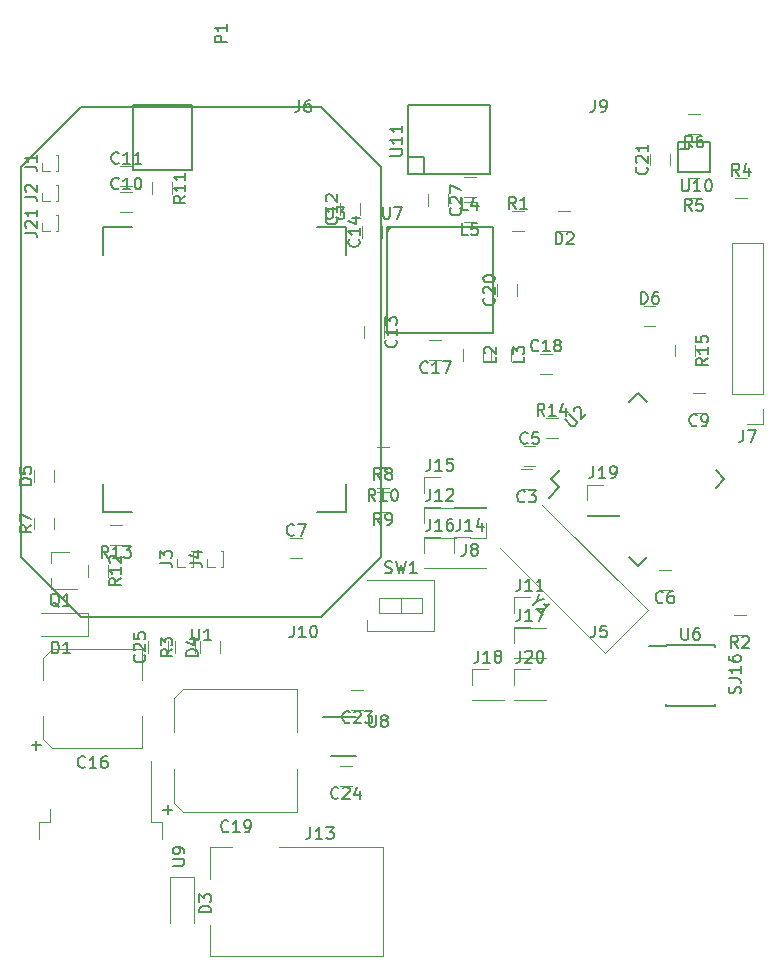
<source format=gbr>
G04 #@! TF.FileFunction,Legend,Top*
%FSLAX46Y46*%
G04 Gerber Fmt 4.6, Leading zero omitted, Abs format (unit mm)*
G04 Created by KiCad (PCBNEW 4.0.7-e2-6376~58~ubuntu16.04.1) date Tue Dec  5 16:52:33 2017*
%MOMM*%
%LPD*%
G01*
G04 APERTURE LIST*
%ADD10C,0.100000*%
%ADD11C,0.150000*%
%ADD12C,0.120000*%
G04 APERTURE END LIST*
D10*
D11*
X177085445Y-85217000D02*
X177757196Y-85888751D01*
X184404000Y-77898445D02*
X185146462Y-78640907D01*
X191722555Y-85217000D02*
X190980093Y-84474538D01*
X184404000Y-92535555D02*
X183661538Y-91793093D01*
X177085445Y-85217000D02*
X177827907Y-84474538D01*
X184404000Y-92535555D02*
X185146462Y-91793093D01*
X191722555Y-85217000D02*
X190980093Y-85959462D01*
X184404000Y-77898445D02*
X183661538Y-78640907D01*
X177757196Y-85888751D02*
X176855635Y-86790313D01*
D12*
X171510000Y-87570000D02*
X168850000Y-87570000D01*
X171510000Y-87630000D02*
X171510000Y-87570000D01*
X168850000Y-87630000D02*
X168850000Y-87570000D01*
X171510000Y-87630000D02*
X168850000Y-87630000D01*
X171510000Y-88900000D02*
X171510000Y-90230000D01*
X171510000Y-90230000D02*
X170180000Y-90230000D01*
X174480600Y-86067000D02*
X175480600Y-86067000D01*
X175480600Y-84367000D02*
X174480600Y-84367000D01*
X175734600Y-82436600D02*
X174734600Y-82436600D01*
X174734600Y-84136600D02*
X175734600Y-84136600D01*
X186190000Y-94601400D02*
X187190000Y-94601400D01*
X187190000Y-92901400D02*
X186190000Y-92901400D01*
X155948000Y-90209000D02*
X154948000Y-90209000D01*
X154948000Y-91909000D02*
X155948000Y-91909000D01*
X189060200Y-79615400D02*
X190060200Y-79615400D01*
X190060200Y-77915400D02*
X189060200Y-77915400D01*
X141597000Y-60872000D02*
X140597000Y-60872000D01*
X140597000Y-62572000D02*
X141597000Y-62572000D01*
X141597000Y-58713000D02*
X140597000Y-58713000D01*
X140597000Y-60413000D02*
X141597000Y-60413000D01*
X159170000Y-61857000D02*
X159170000Y-62857000D01*
X160870000Y-62857000D02*
X160870000Y-61857000D01*
X162902000Y-73271000D02*
X162902000Y-72271000D01*
X161202000Y-72271000D02*
X161202000Y-73271000D01*
X161075000Y-63762000D02*
X161075000Y-64762000D01*
X162775000Y-64762000D02*
X162775000Y-63762000D01*
X166759000Y-75145000D02*
X167759000Y-75145000D01*
X167759000Y-73445000D02*
X166759000Y-73445000D01*
X177131600Y-74588000D02*
X176131600Y-74588000D01*
X176131600Y-76288000D02*
X177131600Y-76288000D01*
X145158000Y-103728600D02*
X145158000Y-106618600D01*
X145158000Y-112628600D02*
X145158000Y-109738600D01*
X155578000Y-113388600D02*
X155578000Y-109738600D01*
X155578000Y-102968600D02*
X155578000Y-106618600D01*
X155578000Y-113388600D02*
X145918000Y-113388600D01*
X145918000Y-113388600D02*
X145158000Y-112628600D01*
X145158000Y-103728600D02*
X145918000Y-102968600D01*
X145918000Y-102968600D02*
X155578000Y-102968600D01*
X172505000Y-68715000D02*
X172505000Y-69715000D01*
X174205000Y-69715000D02*
X174205000Y-68715000D01*
X185433600Y-57640600D02*
X185433600Y-58640600D01*
X187133600Y-58640600D02*
X187133600Y-57640600D01*
X160155000Y-104761400D02*
X161155000Y-104761400D01*
X161155000Y-103061400D02*
X160155000Y-103061400D01*
X159189800Y-111187600D02*
X160189800Y-111187600D01*
X160189800Y-109487600D02*
X159189800Y-109487600D01*
X142914000Y-98941000D02*
X142914000Y-99941000D01*
X144614000Y-99941000D02*
X144614000Y-98941000D01*
X168363000Y-62095000D02*
X168363000Y-61095000D01*
X166663000Y-61095000D02*
X166663000Y-62095000D01*
X137809800Y-98510600D02*
X137809800Y-96510600D01*
X137809800Y-96510600D02*
X133909800Y-96510600D01*
X137809800Y-98510600D02*
X133909800Y-98510600D01*
X177681000Y-64223000D02*
X178681000Y-64223000D01*
X178681000Y-62523000D02*
X177681000Y-62523000D01*
X146821400Y-118908000D02*
X144821400Y-118908000D01*
X144821400Y-118908000D02*
X144821400Y-122808000D01*
X146821400Y-118908000D02*
X146821400Y-122808000D01*
X147359000Y-98941000D02*
X147359000Y-99941000D01*
X149059000Y-99941000D02*
X149059000Y-98941000D01*
X133250000Y-84460000D02*
X133250000Y-85460000D01*
X134950000Y-85460000D02*
X134950000Y-84460000D01*
X135305000Y-59115000D02*
X135305000Y-57725000D01*
X135305000Y-59115000D02*
X135180000Y-59115000D01*
X135305000Y-57725000D02*
X135180000Y-57725000D01*
X135305000Y-59115000D02*
X135305000Y-59028276D01*
X135305000Y-57811724D02*
X135305000Y-57725000D01*
X134620000Y-59115000D02*
X133935000Y-59115000D01*
X133935000Y-59115000D02*
X133935000Y-58420000D01*
X135305000Y-61655000D02*
X135305000Y-60265000D01*
X135305000Y-61655000D02*
X135180000Y-61655000D01*
X135305000Y-60265000D02*
X135180000Y-60265000D01*
X135305000Y-61655000D02*
X135305000Y-61568276D01*
X135305000Y-60351724D02*
X135305000Y-60265000D01*
X134620000Y-61655000D02*
X133935000Y-61655000D01*
X133935000Y-61655000D02*
X133935000Y-60960000D01*
X146735000Y-92643000D02*
X146735000Y-91253000D01*
X146735000Y-92643000D02*
X146610000Y-92643000D01*
X146735000Y-91253000D02*
X146610000Y-91253000D01*
X146735000Y-92643000D02*
X146735000Y-92556276D01*
X146735000Y-91339724D02*
X146735000Y-91253000D01*
X146050000Y-92643000D02*
X145365000Y-92643000D01*
X145365000Y-92643000D02*
X145365000Y-91948000D01*
X149275000Y-92643000D02*
X149275000Y-91253000D01*
X149275000Y-92643000D02*
X149150000Y-92643000D01*
X149275000Y-91253000D02*
X149150000Y-91253000D01*
X149275000Y-92643000D02*
X149275000Y-92556276D01*
X149275000Y-91339724D02*
X149275000Y-91253000D01*
X148590000Y-92643000D02*
X147905000Y-92643000D01*
X147905000Y-92643000D02*
X147905000Y-91948000D01*
X195005000Y-65218000D02*
X192345000Y-65218000D01*
X195005000Y-77978000D02*
X195005000Y-65218000D01*
X192345000Y-77978000D02*
X192345000Y-65218000D01*
X195005000Y-77978000D02*
X192345000Y-77978000D01*
X195005000Y-79248000D02*
X195005000Y-80578000D01*
X195005000Y-80578000D02*
X193675000Y-80578000D01*
X166310000Y-90230000D02*
X168970000Y-90230000D01*
X166310000Y-90170000D02*
X166310000Y-90230000D01*
X168970000Y-90170000D02*
X168970000Y-90230000D01*
X166310000Y-90170000D02*
X168970000Y-90170000D01*
X166310000Y-88900000D02*
X166310000Y-87570000D01*
X166310000Y-87570000D02*
X167640000Y-87570000D01*
X154047200Y-116380200D02*
X162847200Y-116380200D01*
X162847200Y-116380200D02*
X162847200Y-125580200D01*
X148147200Y-119080200D02*
X148147200Y-116380200D01*
X148147200Y-116380200D02*
X150047200Y-116380200D01*
X162847200Y-125580200D02*
X148147200Y-125580200D01*
X148147200Y-125580200D02*
X148147200Y-122980200D01*
X168850000Y-92770000D02*
X171510000Y-92770000D01*
X168850000Y-92710000D02*
X168850000Y-92770000D01*
X171510000Y-92710000D02*
X171510000Y-92770000D01*
X168850000Y-92710000D02*
X171510000Y-92710000D01*
X168850000Y-91440000D02*
X168850000Y-90110000D01*
X168850000Y-90110000D02*
X170180000Y-90110000D01*
X166310000Y-87690000D02*
X168970000Y-87690000D01*
X166310000Y-87630000D02*
X166310000Y-87690000D01*
X168970000Y-87630000D02*
X168970000Y-87690000D01*
X166310000Y-87630000D02*
X168970000Y-87630000D01*
X166310000Y-86360000D02*
X166310000Y-85030000D01*
X166310000Y-85030000D02*
X167640000Y-85030000D01*
X166310000Y-92770000D02*
X168970000Y-92770000D01*
X166310000Y-92710000D02*
X166310000Y-92770000D01*
X168970000Y-92710000D02*
X168970000Y-92770000D01*
X166310000Y-92710000D02*
X168970000Y-92710000D01*
X166310000Y-91440000D02*
X166310000Y-90110000D01*
X166310000Y-90110000D02*
X167640000Y-90110000D01*
X171284000Y-75176000D02*
X171284000Y-74176000D01*
X169584000Y-74176000D02*
X169584000Y-75176000D01*
X173697000Y-75176000D02*
X173697000Y-74176000D01*
X171997000Y-74176000D02*
X171997000Y-75176000D01*
X169680000Y-61302000D02*
X170680000Y-61302000D01*
X170680000Y-59602000D02*
X169680000Y-59602000D01*
X169680000Y-63461000D02*
X170680000Y-63461000D01*
X170680000Y-61761000D02*
X169680000Y-61761000D01*
D11*
X146645000Y-53499000D02*
X146645000Y-58999000D01*
X146645000Y-58999000D02*
X141645000Y-58999000D01*
X141645000Y-58999000D02*
X141645000Y-53499000D01*
X141645000Y-53499000D02*
X146645000Y-53499000D01*
D12*
X134749000Y-91384000D02*
X134749000Y-92314000D01*
X134749000Y-94544000D02*
X134749000Y-93614000D01*
X134749000Y-94544000D02*
X136909000Y-94544000D01*
X134749000Y-91384000D02*
X136209000Y-91384000D01*
X174744000Y-62523000D02*
X173744000Y-62523000D01*
X173744000Y-64223000D02*
X174744000Y-64223000D01*
X192540000Y-98411400D02*
X193540000Y-98411400D01*
X193540000Y-96711400D02*
X192540000Y-96711400D01*
X145200000Y-98941000D02*
X145200000Y-99941000D01*
X146900000Y-99941000D02*
X146900000Y-98941000D01*
X193641600Y-59716300D02*
X192641600Y-59716300D01*
X192641600Y-61416300D02*
X193641600Y-61416300D01*
X188615700Y-61390900D02*
X189615700Y-61390900D01*
X189615700Y-59690900D02*
X188615700Y-59690900D01*
X188666500Y-56018800D02*
X189666500Y-56018800D01*
X189666500Y-54318800D02*
X188666500Y-54318800D01*
X133250000Y-88460000D02*
X133250000Y-89460000D01*
X134950000Y-89460000D02*
X134950000Y-88460000D01*
X162314000Y-84162000D02*
X163314000Y-84162000D01*
X163314000Y-82462000D02*
X162314000Y-82462000D01*
X162314000Y-87972000D02*
X163314000Y-87972000D01*
X163314000Y-86272000D02*
X162314000Y-86272000D01*
X162314000Y-85940000D02*
X163314000Y-85940000D01*
X163314000Y-84240000D02*
X162314000Y-84240000D01*
X144995000Y-61079000D02*
X144995000Y-60079000D01*
X143295000Y-60079000D02*
X143295000Y-61079000D01*
X139534000Y-93464000D02*
X139534000Y-92464000D01*
X137834000Y-92464000D02*
X137834000Y-93464000D01*
X139708000Y-90766000D02*
X140708000Y-90766000D01*
X140708000Y-89066000D02*
X139708000Y-89066000D01*
X177639600Y-80023600D02*
X176639600Y-80023600D01*
X176639600Y-81723600D02*
X177639600Y-81723600D01*
X161493000Y-93715000D02*
X167183000Y-93715000D01*
X167183000Y-93715000D02*
X167183000Y-98055000D01*
X167183000Y-98055000D02*
X161493000Y-98055000D01*
X161493000Y-98055000D02*
X161493000Y-97155000D01*
X162528000Y-95250000D02*
X162528000Y-96520000D01*
X162528000Y-96520000D02*
X166148000Y-96520000D01*
X166148000Y-96520000D02*
X166148000Y-95250000D01*
X166148000Y-95250000D02*
X162528000Y-95250000D01*
X164338000Y-95250000D02*
X164338000Y-96520000D01*
D11*
X137299700Y-53708300D02*
X157619700Y-53708300D01*
X162699700Y-91808300D02*
X162699700Y-58788300D01*
X137299700Y-96888300D02*
X157619700Y-96888300D01*
X132219700Y-58788300D02*
X132219700Y-91808300D01*
X137299700Y-96888300D02*
X132219700Y-91808300D01*
X157619700Y-96888300D02*
X162699700Y-91808300D01*
X157619700Y-53708300D02*
X162699700Y-58788300D01*
X132219700Y-58788300D02*
X137299700Y-53708300D01*
X139156000Y-66227000D02*
X139156000Y-63827000D01*
X139156000Y-63827000D02*
X141556000Y-63827000D01*
X157256000Y-63827000D02*
X159656000Y-63827000D01*
X159656000Y-63827000D02*
X159656000Y-66227000D01*
X157256000Y-88027000D02*
X159656000Y-88027000D01*
X159656000Y-88027000D02*
X159656000Y-85627000D01*
X139156000Y-85627000D02*
X139156000Y-88027000D01*
X139156000Y-88027000D02*
X141556000Y-88027000D01*
X163307000Y-63893000D02*
X163207000Y-64043000D01*
X163157000Y-64243000D02*
X163507000Y-63843000D01*
X172157000Y-63843000D02*
X172157000Y-72843000D01*
X172157000Y-72843000D02*
X163157000Y-72843000D01*
X163157000Y-72843000D02*
X163157000Y-63843000D01*
X163157000Y-63843000D02*
X172157000Y-63843000D01*
X158461600Y-108609400D02*
X160511600Y-108609400D01*
X157756600Y-105309400D02*
X160511600Y-105309400D01*
D12*
X144112600Y-115720200D02*
X144112600Y-114220200D01*
X144112600Y-114220200D02*
X143162600Y-114220200D01*
X143162600Y-114220200D02*
X143162600Y-109095200D01*
X133712600Y-115720200D02*
X133712600Y-114220200D01*
X133712600Y-114220200D02*
X134662600Y-114220200D01*
X134662600Y-114220200D02*
X134662600Y-113120200D01*
D11*
X188715800Y-56709500D02*
X188715800Y-57209500D01*
X187965800Y-57259500D02*
X188665800Y-57259500D01*
X187765800Y-59209500D02*
X190515800Y-59209500D01*
X190515800Y-59209500D02*
X190515800Y-56659500D01*
X190515800Y-56659500D02*
X187765800Y-56659500D01*
X187765800Y-56659500D02*
X187765800Y-59209500D01*
X165008000Y-57974000D02*
X166308000Y-57974000D01*
X166308000Y-57974000D02*
X166308000Y-59374000D01*
X171908000Y-59374000D02*
X171908000Y-53574000D01*
X171908000Y-53574000D02*
X164908000Y-53574000D01*
X164908000Y-53574000D02*
X164908000Y-59374000D01*
X164908000Y-59374000D02*
X171908000Y-59374000D01*
D12*
X185894600Y-70549400D02*
X184894600Y-70549400D01*
X184894600Y-72249400D02*
X185894600Y-72249400D01*
X173930000Y-97850000D02*
X176590000Y-97850000D01*
X173930000Y-97790000D02*
X173930000Y-97850000D01*
X176590000Y-97790000D02*
X176590000Y-97850000D01*
X173930000Y-97790000D02*
X176590000Y-97790000D01*
X173930000Y-96520000D02*
X173930000Y-95190000D01*
X173930000Y-95190000D02*
X175260000Y-95190000D01*
X173930000Y-100390000D02*
X176590000Y-100390000D01*
X173930000Y-100330000D02*
X173930000Y-100390000D01*
X176590000Y-100330000D02*
X176590000Y-100390000D01*
X173930000Y-100330000D02*
X176590000Y-100330000D01*
X173930000Y-99060000D02*
X173930000Y-97730000D01*
X173930000Y-97730000D02*
X175260000Y-97730000D01*
X170374000Y-103946000D02*
X173034000Y-103946000D01*
X170374000Y-103886000D02*
X170374000Y-103946000D01*
X173034000Y-103886000D02*
X173034000Y-103946000D01*
X170374000Y-103886000D02*
X173034000Y-103886000D01*
X170374000Y-102616000D02*
X170374000Y-101286000D01*
X170374000Y-101286000D02*
X171704000Y-101286000D01*
X180127600Y-88325000D02*
X182787600Y-88325000D01*
X180127600Y-88265000D02*
X180127600Y-88325000D01*
X182787600Y-88265000D02*
X182787600Y-88325000D01*
X180127600Y-88265000D02*
X182787600Y-88265000D01*
X180127600Y-86995000D02*
X180127600Y-85665000D01*
X180127600Y-85665000D02*
X181457600Y-85665000D01*
X173930000Y-103946000D02*
X176590000Y-103946000D01*
X173930000Y-103886000D02*
X173930000Y-103946000D01*
X176590000Y-103886000D02*
X176590000Y-103946000D01*
X173930000Y-103886000D02*
X176590000Y-103886000D01*
X173930000Y-102616000D02*
X173930000Y-101286000D01*
X173930000Y-101286000D02*
X175260000Y-101286000D01*
X189241800Y-74820400D02*
X189241800Y-73820400D01*
X187541800Y-73820400D02*
X187541800Y-74820400D01*
X172713948Y-91001592D02*
X181623493Y-99911138D01*
X181623493Y-99911138D02*
X185229738Y-96304893D01*
X185229738Y-96304893D02*
X176320192Y-87395348D01*
D11*
X186774000Y-99279000D02*
X186774000Y-99329000D01*
X190924000Y-99279000D02*
X190924000Y-99424000D01*
X190924000Y-104429000D02*
X190924000Y-104284000D01*
X186774000Y-104429000D02*
X186774000Y-104284000D01*
X186774000Y-99279000D02*
X190924000Y-99279000D01*
X186774000Y-104429000D02*
X190924000Y-104429000D01*
X186774000Y-99329000D02*
X185374000Y-99329000D01*
D12*
X135305000Y-64220400D02*
X135305000Y-62830400D01*
X135305000Y-64220400D02*
X135180000Y-64220400D01*
X135305000Y-62830400D02*
X135180000Y-62830400D01*
X135305000Y-64220400D02*
X135305000Y-64133676D01*
X135305000Y-62917124D02*
X135305000Y-62830400D01*
X134620000Y-64220400D02*
X133935000Y-64220400D01*
X133935000Y-64220400D02*
X133935000Y-63525400D01*
X142442200Y-107949000D02*
X142442200Y-105269000D01*
X142442200Y-99569000D02*
X142442200Y-102249000D01*
X134062200Y-100329000D02*
X134062200Y-102249000D01*
X134062200Y-107189000D02*
X134062200Y-105269000D01*
X142442200Y-107949000D02*
X134822200Y-107949000D01*
X134822200Y-107949000D02*
X134062200Y-107189000D01*
X134062200Y-100329000D02*
X134822200Y-99569000D01*
X134822200Y-99569000D02*
X142442200Y-99569000D01*
D11*
X178210081Y-80100577D02*
X178782501Y-80672997D01*
X178883516Y-80706669D01*
X178950859Y-80706669D01*
X179051874Y-80672997D01*
X179186562Y-80538309D01*
X179220234Y-80437294D01*
X179220234Y-80369951D01*
X179186562Y-80268936D01*
X178614142Y-79696516D01*
X178984531Y-79460814D02*
X178984531Y-79393470D01*
X179018203Y-79292455D01*
X179186562Y-79124096D01*
X179287577Y-79090424D01*
X179354921Y-79090424D01*
X179455936Y-79124096D01*
X179523279Y-79191439D01*
X179590623Y-79326126D01*
X179590623Y-80134249D01*
X180028356Y-79696516D01*
X169846667Y-90682381D02*
X169846667Y-91396667D01*
X169799047Y-91539524D01*
X169703809Y-91634762D01*
X169560952Y-91682381D01*
X169465714Y-91682381D01*
X170465714Y-91110952D02*
X170370476Y-91063333D01*
X170322857Y-91015714D01*
X170275238Y-90920476D01*
X170275238Y-90872857D01*
X170322857Y-90777619D01*
X170370476Y-90730000D01*
X170465714Y-90682381D01*
X170656191Y-90682381D01*
X170751429Y-90730000D01*
X170799048Y-90777619D01*
X170846667Y-90872857D01*
X170846667Y-90920476D01*
X170799048Y-91015714D01*
X170751429Y-91063333D01*
X170656191Y-91110952D01*
X170465714Y-91110952D01*
X170370476Y-91158571D01*
X170322857Y-91206190D01*
X170275238Y-91301429D01*
X170275238Y-91491905D01*
X170322857Y-91587143D01*
X170370476Y-91634762D01*
X170465714Y-91682381D01*
X170656191Y-91682381D01*
X170751429Y-91634762D01*
X170799048Y-91587143D01*
X170846667Y-91491905D01*
X170846667Y-91301429D01*
X170799048Y-91206190D01*
X170751429Y-91158571D01*
X170656191Y-91110952D01*
X174813934Y-87074143D02*
X174766315Y-87121762D01*
X174623458Y-87169381D01*
X174528220Y-87169381D01*
X174385362Y-87121762D01*
X174290124Y-87026524D01*
X174242505Y-86931286D01*
X174194886Y-86740810D01*
X174194886Y-86597952D01*
X174242505Y-86407476D01*
X174290124Y-86312238D01*
X174385362Y-86217000D01*
X174528220Y-86169381D01*
X174623458Y-86169381D01*
X174766315Y-86217000D01*
X174813934Y-86264619D01*
X175147267Y-86169381D02*
X175766315Y-86169381D01*
X175432981Y-86550333D01*
X175575839Y-86550333D01*
X175671077Y-86597952D01*
X175718696Y-86645571D01*
X175766315Y-86740810D01*
X175766315Y-86978905D01*
X175718696Y-87074143D01*
X175671077Y-87121762D01*
X175575839Y-87169381D01*
X175290124Y-87169381D01*
X175194886Y-87121762D01*
X175147267Y-87074143D01*
X175067934Y-82143743D02*
X175020315Y-82191362D01*
X174877458Y-82238981D01*
X174782220Y-82238981D01*
X174639362Y-82191362D01*
X174544124Y-82096124D01*
X174496505Y-82000886D01*
X174448886Y-81810410D01*
X174448886Y-81667552D01*
X174496505Y-81477076D01*
X174544124Y-81381838D01*
X174639362Y-81286600D01*
X174782220Y-81238981D01*
X174877458Y-81238981D01*
X175020315Y-81286600D01*
X175067934Y-81334219D01*
X175972696Y-81238981D02*
X175496505Y-81238981D01*
X175448886Y-81715171D01*
X175496505Y-81667552D01*
X175591743Y-81619933D01*
X175829839Y-81619933D01*
X175925077Y-81667552D01*
X175972696Y-81715171D01*
X176020315Y-81810410D01*
X176020315Y-82048505D01*
X175972696Y-82143743D01*
X175925077Y-82191362D01*
X175829839Y-82238981D01*
X175591743Y-82238981D01*
X175496505Y-82191362D01*
X175448886Y-82143743D01*
X186523334Y-95608543D02*
X186475715Y-95656162D01*
X186332858Y-95703781D01*
X186237620Y-95703781D01*
X186094762Y-95656162D01*
X185999524Y-95560924D01*
X185951905Y-95465686D01*
X185904286Y-95275210D01*
X185904286Y-95132352D01*
X185951905Y-94941876D01*
X185999524Y-94846638D01*
X186094762Y-94751400D01*
X186237620Y-94703781D01*
X186332858Y-94703781D01*
X186475715Y-94751400D01*
X186523334Y-94799019D01*
X187380477Y-94703781D02*
X187190000Y-94703781D01*
X187094762Y-94751400D01*
X187047143Y-94799019D01*
X186951905Y-94941876D01*
X186904286Y-95132352D01*
X186904286Y-95513305D01*
X186951905Y-95608543D01*
X186999524Y-95656162D01*
X187094762Y-95703781D01*
X187285239Y-95703781D01*
X187380477Y-95656162D01*
X187428096Y-95608543D01*
X187475715Y-95513305D01*
X187475715Y-95275210D01*
X187428096Y-95179971D01*
X187380477Y-95132352D01*
X187285239Y-95084733D01*
X187094762Y-95084733D01*
X186999524Y-95132352D01*
X186951905Y-95179971D01*
X186904286Y-95275210D01*
X155281334Y-89916143D02*
X155233715Y-89963762D01*
X155090858Y-90011381D01*
X154995620Y-90011381D01*
X154852762Y-89963762D01*
X154757524Y-89868524D01*
X154709905Y-89773286D01*
X154662286Y-89582810D01*
X154662286Y-89439952D01*
X154709905Y-89249476D01*
X154757524Y-89154238D01*
X154852762Y-89059000D01*
X154995620Y-89011381D01*
X155090858Y-89011381D01*
X155233715Y-89059000D01*
X155281334Y-89106619D01*
X155614667Y-89011381D02*
X156281334Y-89011381D01*
X155852762Y-90011381D01*
X189393534Y-80622543D02*
X189345915Y-80670162D01*
X189203058Y-80717781D01*
X189107820Y-80717781D01*
X188964962Y-80670162D01*
X188869724Y-80574924D01*
X188822105Y-80479686D01*
X188774486Y-80289210D01*
X188774486Y-80146352D01*
X188822105Y-79955876D01*
X188869724Y-79860638D01*
X188964962Y-79765400D01*
X189107820Y-79717781D01*
X189203058Y-79717781D01*
X189345915Y-79765400D01*
X189393534Y-79813019D01*
X189869724Y-80717781D02*
X190060200Y-80717781D01*
X190155439Y-80670162D01*
X190203058Y-80622543D01*
X190298296Y-80479686D01*
X190345915Y-80289210D01*
X190345915Y-79908257D01*
X190298296Y-79813019D01*
X190250677Y-79765400D01*
X190155439Y-79717781D01*
X189964962Y-79717781D01*
X189869724Y-79765400D01*
X189822105Y-79813019D01*
X189774486Y-79908257D01*
X189774486Y-80146352D01*
X189822105Y-80241590D01*
X189869724Y-80289210D01*
X189964962Y-80336829D01*
X190155439Y-80336829D01*
X190250677Y-80289210D01*
X190298296Y-80241590D01*
X190345915Y-80146352D01*
X140454143Y-60579143D02*
X140406524Y-60626762D01*
X140263667Y-60674381D01*
X140168429Y-60674381D01*
X140025571Y-60626762D01*
X139930333Y-60531524D01*
X139882714Y-60436286D01*
X139835095Y-60245810D01*
X139835095Y-60102952D01*
X139882714Y-59912476D01*
X139930333Y-59817238D01*
X140025571Y-59722000D01*
X140168429Y-59674381D01*
X140263667Y-59674381D01*
X140406524Y-59722000D01*
X140454143Y-59769619D01*
X141406524Y-60674381D02*
X140835095Y-60674381D01*
X141120809Y-60674381D02*
X141120809Y-59674381D01*
X141025571Y-59817238D01*
X140930333Y-59912476D01*
X140835095Y-59960095D01*
X142025571Y-59674381D02*
X142120810Y-59674381D01*
X142216048Y-59722000D01*
X142263667Y-59769619D01*
X142311286Y-59864857D01*
X142358905Y-60055333D01*
X142358905Y-60293429D01*
X142311286Y-60483905D01*
X142263667Y-60579143D01*
X142216048Y-60626762D01*
X142120810Y-60674381D01*
X142025571Y-60674381D01*
X141930333Y-60626762D01*
X141882714Y-60579143D01*
X141835095Y-60483905D01*
X141787476Y-60293429D01*
X141787476Y-60055333D01*
X141835095Y-59864857D01*
X141882714Y-59769619D01*
X141930333Y-59722000D01*
X142025571Y-59674381D01*
X140454143Y-58420143D02*
X140406524Y-58467762D01*
X140263667Y-58515381D01*
X140168429Y-58515381D01*
X140025571Y-58467762D01*
X139930333Y-58372524D01*
X139882714Y-58277286D01*
X139835095Y-58086810D01*
X139835095Y-57943952D01*
X139882714Y-57753476D01*
X139930333Y-57658238D01*
X140025571Y-57563000D01*
X140168429Y-57515381D01*
X140263667Y-57515381D01*
X140406524Y-57563000D01*
X140454143Y-57610619D01*
X141406524Y-58515381D02*
X140835095Y-58515381D01*
X141120809Y-58515381D02*
X141120809Y-57515381D01*
X141025571Y-57658238D01*
X140930333Y-57753476D01*
X140835095Y-57801095D01*
X142358905Y-58515381D02*
X141787476Y-58515381D01*
X142073190Y-58515381D02*
X142073190Y-57515381D01*
X141977952Y-57658238D01*
X141882714Y-57753476D01*
X141787476Y-57801095D01*
X158877143Y-62999857D02*
X158924762Y-63047476D01*
X158972381Y-63190333D01*
X158972381Y-63285571D01*
X158924762Y-63428429D01*
X158829524Y-63523667D01*
X158734286Y-63571286D01*
X158543810Y-63618905D01*
X158400952Y-63618905D01*
X158210476Y-63571286D01*
X158115238Y-63523667D01*
X158020000Y-63428429D01*
X157972381Y-63285571D01*
X157972381Y-63190333D01*
X158020000Y-63047476D01*
X158067619Y-62999857D01*
X158972381Y-62047476D02*
X158972381Y-62618905D01*
X158972381Y-62333191D02*
X157972381Y-62333191D01*
X158115238Y-62428429D01*
X158210476Y-62523667D01*
X158258095Y-62618905D01*
X158067619Y-61666524D02*
X158020000Y-61618905D01*
X157972381Y-61523667D01*
X157972381Y-61285571D01*
X158020000Y-61190333D01*
X158067619Y-61142714D01*
X158162857Y-61095095D01*
X158258095Y-61095095D01*
X158400952Y-61142714D01*
X158972381Y-61714143D01*
X158972381Y-61095095D01*
X163909143Y-73413857D02*
X163956762Y-73461476D01*
X164004381Y-73604333D01*
X164004381Y-73699571D01*
X163956762Y-73842429D01*
X163861524Y-73937667D01*
X163766286Y-73985286D01*
X163575810Y-74032905D01*
X163432952Y-74032905D01*
X163242476Y-73985286D01*
X163147238Y-73937667D01*
X163052000Y-73842429D01*
X163004381Y-73699571D01*
X163004381Y-73604333D01*
X163052000Y-73461476D01*
X163099619Y-73413857D01*
X164004381Y-72461476D02*
X164004381Y-73032905D01*
X164004381Y-72747191D02*
X163004381Y-72747191D01*
X163147238Y-72842429D01*
X163242476Y-72937667D01*
X163290095Y-73032905D01*
X163004381Y-72128143D02*
X163004381Y-71509095D01*
X163385333Y-71842429D01*
X163385333Y-71699571D01*
X163432952Y-71604333D01*
X163480571Y-71556714D01*
X163575810Y-71509095D01*
X163813905Y-71509095D01*
X163909143Y-71556714D01*
X163956762Y-71604333D01*
X164004381Y-71699571D01*
X164004381Y-71985286D01*
X163956762Y-72080524D01*
X163909143Y-72128143D01*
X160782143Y-64904857D02*
X160829762Y-64952476D01*
X160877381Y-65095333D01*
X160877381Y-65190571D01*
X160829762Y-65333429D01*
X160734524Y-65428667D01*
X160639286Y-65476286D01*
X160448810Y-65523905D01*
X160305952Y-65523905D01*
X160115476Y-65476286D01*
X160020238Y-65428667D01*
X159925000Y-65333429D01*
X159877381Y-65190571D01*
X159877381Y-65095333D01*
X159925000Y-64952476D01*
X159972619Y-64904857D01*
X160877381Y-63952476D02*
X160877381Y-64523905D01*
X160877381Y-64238191D02*
X159877381Y-64238191D01*
X160020238Y-64333429D01*
X160115476Y-64428667D01*
X160163095Y-64523905D01*
X160210714Y-63095333D02*
X160877381Y-63095333D01*
X159829762Y-63333429D02*
X160544048Y-63571524D01*
X160544048Y-62952476D01*
X166616143Y-76152143D02*
X166568524Y-76199762D01*
X166425667Y-76247381D01*
X166330429Y-76247381D01*
X166187571Y-76199762D01*
X166092333Y-76104524D01*
X166044714Y-76009286D01*
X165997095Y-75818810D01*
X165997095Y-75675952D01*
X166044714Y-75485476D01*
X166092333Y-75390238D01*
X166187571Y-75295000D01*
X166330429Y-75247381D01*
X166425667Y-75247381D01*
X166568524Y-75295000D01*
X166616143Y-75342619D01*
X167568524Y-76247381D02*
X166997095Y-76247381D01*
X167282809Y-76247381D02*
X167282809Y-75247381D01*
X167187571Y-75390238D01*
X167092333Y-75485476D01*
X166997095Y-75533095D01*
X167901857Y-75247381D02*
X168568524Y-75247381D01*
X168139952Y-76247381D01*
X175988743Y-74295143D02*
X175941124Y-74342762D01*
X175798267Y-74390381D01*
X175703029Y-74390381D01*
X175560171Y-74342762D01*
X175464933Y-74247524D01*
X175417314Y-74152286D01*
X175369695Y-73961810D01*
X175369695Y-73818952D01*
X175417314Y-73628476D01*
X175464933Y-73533238D01*
X175560171Y-73438000D01*
X175703029Y-73390381D01*
X175798267Y-73390381D01*
X175941124Y-73438000D01*
X175988743Y-73485619D01*
X176941124Y-74390381D02*
X176369695Y-74390381D01*
X176655409Y-74390381D02*
X176655409Y-73390381D01*
X176560171Y-73533238D01*
X176464933Y-73628476D01*
X176369695Y-73676095D01*
X177512552Y-73818952D02*
X177417314Y-73771333D01*
X177369695Y-73723714D01*
X177322076Y-73628476D01*
X177322076Y-73580857D01*
X177369695Y-73485619D01*
X177417314Y-73438000D01*
X177512552Y-73390381D01*
X177703029Y-73390381D01*
X177798267Y-73438000D01*
X177845886Y-73485619D01*
X177893505Y-73580857D01*
X177893505Y-73628476D01*
X177845886Y-73723714D01*
X177798267Y-73771333D01*
X177703029Y-73818952D01*
X177512552Y-73818952D01*
X177417314Y-73866571D01*
X177369695Y-73914190D01*
X177322076Y-74009429D01*
X177322076Y-74199905D01*
X177369695Y-74295143D01*
X177417314Y-74342762D01*
X177512552Y-74390381D01*
X177703029Y-74390381D01*
X177798267Y-74342762D01*
X177845886Y-74295143D01*
X177893505Y-74199905D01*
X177893505Y-74009429D01*
X177845886Y-73914190D01*
X177798267Y-73866571D01*
X177703029Y-73818952D01*
X149725143Y-114995743D02*
X149677524Y-115043362D01*
X149534667Y-115090981D01*
X149439429Y-115090981D01*
X149296571Y-115043362D01*
X149201333Y-114948124D01*
X149153714Y-114852886D01*
X149106095Y-114662410D01*
X149106095Y-114519552D01*
X149153714Y-114329076D01*
X149201333Y-114233838D01*
X149296571Y-114138600D01*
X149439429Y-114090981D01*
X149534667Y-114090981D01*
X149677524Y-114138600D01*
X149725143Y-114186219D01*
X150677524Y-115090981D02*
X150106095Y-115090981D01*
X150391809Y-115090981D02*
X150391809Y-114090981D01*
X150296571Y-114233838D01*
X150201333Y-114329076D01*
X150106095Y-114376695D01*
X151153714Y-115090981D02*
X151344190Y-115090981D01*
X151439429Y-115043362D01*
X151487048Y-114995743D01*
X151582286Y-114852886D01*
X151629905Y-114662410D01*
X151629905Y-114281457D01*
X151582286Y-114186219D01*
X151534667Y-114138600D01*
X151439429Y-114090981D01*
X151248952Y-114090981D01*
X151153714Y-114138600D01*
X151106095Y-114186219D01*
X151058476Y-114281457D01*
X151058476Y-114519552D01*
X151106095Y-114614790D01*
X151153714Y-114662410D01*
X151248952Y-114710029D01*
X151439429Y-114710029D01*
X151534667Y-114662410D01*
X151582286Y-114614790D01*
X151629905Y-114519552D01*
X144207048Y-113220029D02*
X144968953Y-113220029D01*
X144588001Y-113600981D02*
X144588001Y-112839076D01*
X172212143Y-69857857D02*
X172259762Y-69905476D01*
X172307381Y-70048333D01*
X172307381Y-70143571D01*
X172259762Y-70286429D01*
X172164524Y-70381667D01*
X172069286Y-70429286D01*
X171878810Y-70476905D01*
X171735952Y-70476905D01*
X171545476Y-70429286D01*
X171450238Y-70381667D01*
X171355000Y-70286429D01*
X171307381Y-70143571D01*
X171307381Y-70048333D01*
X171355000Y-69905476D01*
X171402619Y-69857857D01*
X171402619Y-69476905D02*
X171355000Y-69429286D01*
X171307381Y-69334048D01*
X171307381Y-69095952D01*
X171355000Y-69000714D01*
X171402619Y-68953095D01*
X171497857Y-68905476D01*
X171593095Y-68905476D01*
X171735952Y-68953095D01*
X172307381Y-69524524D01*
X172307381Y-68905476D01*
X171307381Y-68286429D02*
X171307381Y-68191190D01*
X171355000Y-68095952D01*
X171402619Y-68048333D01*
X171497857Y-68000714D01*
X171688333Y-67953095D01*
X171926429Y-67953095D01*
X172116905Y-68000714D01*
X172212143Y-68048333D01*
X172259762Y-68095952D01*
X172307381Y-68191190D01*
X172307381Y-68286429D01*
X172259762Y-68381667D01*
X172212143Y-68429286D01*
X172116905Y-68476905D01*
X171926429Y-68524524D01*
X171688333Y-68524524D01*
X171497857Y-68476905D01*
X171402619Y-68429286D01*
X171355000Y-68381667D01*
X171307381Y-68286429D01*
X185140743Y-58783457D02*
X185188362Y-58831076D01*
X185235981Y-58973933D01*
X185235981Y-59069171D01*
X185188362Y-59212029D01*
X185093124Y-59307267D01*
X184997886Y-59354886D01*
X184807410Y-59402505D01*
X184664552Y-59402505D01*
X184474076Y-59354886D01*
X184378838Y-59307267D01*
X184283600Y-59212029D01*
X184235981Y-59069171D01*
X184235981Y-58973933D01*
X184283600Y-58831076D01*
X184331219Y-58783457D01*
X184331219Y-58402505D02*
X184283600Y-58354886D01*
X184235981Y-58259648D01*
X184235981Y-58021552D01*
X184283600Y-57926314D01*
X184331219Y-57878695D01*
X184426457Y-57831076D01*
X184521695Y-57831076D01*
X184664552Y-57878695D01*
X185235981Y-58450124D01*
X185235981Y-57831076D01*
X185235981Y-56878695D02*
X185235981Y-57450124D01*
X185235981Y-57164410D02*
X184235981Y-57164410D01*
X184378838Y-57259648D01*
X184474076Y-57354886D01*
X184521695Y-57450124D01*
X160012143Y-105768543D02*
X159964524Y-105816162D01*
X159821667Y-105863781D01*
X159726429Y-105863781D01*
X159583571Y-105816162D01*
X159488333Y-105720924D01*
X159440714Y-105625686D01*
X159393095Y-105435210D01*
X159393095Y-105292352D01*
X159440714Y-105101876D01*
X159488333Y-105006638D01*
X159583571Y-104911400D01*
X159726429Y-104863781D01*
X159821667Y-104863781D01*
X159964524Y-104911400D01*
X160012143Y-104959019D01*
X160393095Y-104959019D02*
X160440714Y-104911400D01*
X160535952Y-104863781D01*
X160774048Y-104863781D01*
X160869286Y-104911400D01*
X160916905Y-104959019D01*
X160964524Y-105054257D01*
X160964524Y-105149495D01*
X160916905Y-105292352D01*
X160345476Y-105863781D01*
X160964524Y-105863781D01*
X161297857Y-104863781D02*
X161916905Y-104863781D01*
X161583571Y-105244733D01*
X161726429Y-105244733D01*
X161821667Y-105292352D01*
X161869286Y-105339971D01*
X161916905Y-105435210D01*
X161916905Y-105673305D01*
X161869286Y-105768543D01*
X161821667Y-105816162D01*
X161726429Y-105863781D01*
X161440714Y-105863781D01*
X161345476Y-105816162D01*
X161297857Y-105768543D01*
X159046943Y-112194743D02*
X158999324Y-112242362D01*
X158856467Y-112289981D01*
X158761229Y-112289981D01*
X158618371Y-112242362D01*
X158523133Y-112147124D01*
X158475514Y-112051886D01*
X158427895Y-111861410D01*
X158427895Y-111718552D01*
X158475514Y-111528076D01*
X158523133Y-111432838D01*
X158618371Y-111337600D01*
X158761229Y-111289981D01*
X158856467Y-111289981D01*
X158999324Y-111337600D01*
X159046943Y-111385219D01*
X159427895Y-111385219D02*
X159475514Y-111337600D01*
X159570752Y-111289981D01*
X159808848Y-111289981D01*
X159904086Y-111337600D01*
X159951705Y-111385219D01*
X159999324Y-111480457D01*
X159999324Y-111575695D01*
X159951705Y-111718552D01*
X159380276Y-112289981D01*
X159999324Y-112289981D01*
X160856467Y-111623314D02*
X160856467Y-112289981D01*
X160618371Y-111242362D02*
X160380276Y-111956648D01*
X160999324Y-111956648D01*
X142621143Y-100083857D02*
X142668762Y-100131476D01*
X142716381Y-100274333D01*
X142716381Y-100369571D01*
X142668762Y-100512429D01*
X142573524Y-100607667D01*
X142478286Y-100655286D01*
X142287810Y-100702905D01*
X142144952Y-100702905D01*
X141954476Y-100655286D01*
X141859238Y-100607667D01*
X141764000Y-100512429D01*
X141716381Y-100369571D01*
X141716381Y-100274333D01*
X141764000Y-100131476D01*
X141811619Y-100083857D01*
X141811619Y-99702905D02*
X141764000Y-99655286D01*
X141716381Y-99560048D01*
X141716381Y-99321952D01*
X141764000Y-99226714D01*
X141811619Y-99179095D01*
X141906857Y-99131476D01*
X142002095Y-99131476D01*
X142144952Y-99179095D01*
X142716381Y-99750524D01*
X142716381Y-99131476D01*
X141716381Y-98226714D02*
X141716381Y-98702905D01*
X142192571Y-98750524D01*
X142144952Y-98702905D01*
X142097333Y-98607667D01*
X142097333Y-98369571D01*
X142144952Y-98274333D01*
X142192571Y-98226714D01*
X142287810Y-98179095D01*
X142525905Y-98179095D01*
X142621143Y-98226714D01*
X142668762Y-98274333D01*
X142716381Y-98369571D01*
X142716381Y-98607667D01*
X142668762Y-98702905D01*
X142621143Y-98750524D01*
X169370143Y-62237857D02*
X169417762Y-62285476D01*
X169465381Y-62428333D01*
X169465381Y-62523571D01*
X169417762Y-62666429D01*
X169322524Y-62761667D01*
X169227286Y-62809286D01*
X169036810Y-62856905D01*
X168893952Y-62856905D01*
X168703476Y-62809286D01*
X168608238Y-62761667D01*
X168513000Y-62666429D01*
X168465381Y-62523571D01*
X168465381Y-62428333D01*
X168513000Y-62285476D01*
X168560619Y-62237857D01*
X168560619Y-61856905D02*
X168513000Y-61809286D01*
X168465381Y-61714048D01*
X168465381Y-61475952D01*
X168513000Y-61380714D01*
X168560619Y-61333095D01*
X168655857Y-61285476D01*
X168751095Y-61285476D01*
X168893952Y-61333095D01*
X169465381Y-61904524D01*
X169465381Y-61285476D01*
X168465381Y-60952143D02*
X168465381Y-60285476D01*
X169465381Y-60714048D01*
X134821705Y-99962981D02*
X134821705Y-98962981D01*
X135059800Y-98962981D01*
X135202658Y-99010600D01*
X135297896Y-99105838D01*
X135345515Y-99201076D01*
X135393134Y-99391552D01*
X135393134Y-99534410D01*
X135345515Y-99724886D01*
X135297896Y-99820124D01*
X135202658Y-99915362D01*
X135059800Y-99962981D01*
X134821705Y-99962981D01*
X136345515Y-99962981D02*
X135774086Y-99962981D01*
X136059800Y-99962981D02*
X136059800Y-98962981D01*
X135964562Y-99105838D01*
X135869324Y-99201076D01*
X135774086Y-99248695D01*
X177442905Y-65325381D02*
X177442905Y-64325381D01*
X177681000Y-64325381D01*
X177823858Y-64373000D01*
X177919096Y-64468238D01*
X177966715Y-64563476D01*
X178014334Y-64753952D01*
X178014334Y-64896810D01*
X177966715Y-65087286D01*
X177919096Y-65182524D01*
X177823858Y-65277762D01*
X177681000Y-65325381D01*
X177442905Y-65325381D01*
X178395286Y-64420619D02*
X178442905Y-64373000D01*
X178538143Y-64325381D01*
X178776239Y-64325381D01*
X178871477Y-64373000D01*
X178919096Y-64420619D01*
X178966715Y-64515857D01*
X178966715Y-64611095D01*
X178919096Y-64753952D01*
X178347667Y-65325381D01*
X178966715Y-65325381D01*
X148273781Y-121896095D02*
X147273781Y-121896095D01*
X147273781Y-121658000D01*
X147321400Y-121515142D01*
X147416638Y-121419904D01*
X147511876Y-121372285D01*
X147702352Y-121324666D01*
X147845210Y-121324666D01*
X148035686Y-121372285D01*
X148130924Y-121419904D01*
X148226162Y-121515142D01*
X148273781Y-121658000D01*
X148273781Y-121896095D01*
X147273781Y-120991333D02*
X147273781Y-120372285D01*
X147654733Y-120705619D01*
X147654733Y-120562761D01*
X147702352Y-120467523D01*
X147749971Y-120419904D01*
X147845210Y-120372285D01*
X148083305Y-120372285D01*
X148178543Y-120419904D01*
X148226162Y-120467523D01*
X148273781Y-120562761D01*
X148273781Y-120848476D01*
X148226162Y-120943714D01*
X148178543Y-120991333D01*
X147161381Y-100179095D02*
X146161381Y-100179095D01*
X146161381Y-99941000D01*
X146209000Y-99798142D01*
X146304238Y-99702904D01*
X146399476Y-99655285D01*
X146589952Y-99607666D01*
X146732810Y-99607666D01*
X146923286Y-99655285D01*
X147018524Y-99702904D01*
X147113762Y-99798142D01*
X147161381Y-99941000D01*
X147161381Y-100179095D01*
X146494714Y-98750523D02*
X147161381Y-98750523D01*
X146113762Y-98988619D02*
X146828048Y-99226714D01*
X146828048Y-98607666D01*
X133052381Y-85698095D02*
X132052381Y-85698095D01*
X132052381Y-85460000D01*
X132100000Y-85317142D01*
X132195238Y-85221904D01*
X132290476Y-85174285D01*
X132480952Y-85126666D01*
X132623810Y-85126666D01*
X132814286Y-85174285D01*
X132909524Y-85221904D01*
X133004762Y-85317142D01*
X133052381Y-85460000D01*
X133052381Y-85698095D01*
X132052381Y-84221904D02*
X132052381Y-84698095D01*
X132528571Y-84745714D01*
X132480952Y-84698095D01*
X132433333Y-84602857D01*
X132433333Y-84364761D01*
X132480952Y-84269523D01*
X132528571Y-84221904D01*
X132623810Y-84174285D01*
X132861905Y-84174285D01*
X132957143Y-84221904D01*
X133004762Y-84269523D01*
X133052381Y-84364761D01*
X133052381Y-84602857D01*
X133004762Y-84698095D01*
X132957143Y-84745714D01*
X132512381Y-58753333D02*
X133226667Y-58753333D01*
X133369524Y-58800953D01*
X133464762Y-58896191D01*
X133512381Y-59039048D01*
X133512381Y-59134286D01*
X133512381Y-57753333D02*
X133512381Y-58324762D01*
X133512381Y-58039048D02*
X132512381Y-58039048D01*
X132655238Y-58134286D01*
X132750476Y-58229524D01*
X132798095Y-58324762D01*
X132512381Y-61293333D02*
X133226667Y-61293333D01*
X133369524Y-61340953D01*
X133464762Y-61436191D01*
X133512381Y-61579048D01*
X133512381Y-61674286D01*
X132607619Y-60864762D02*
X132560000Y-60817143D01*
X132512381Y-60721905D01*
X132512381Y-60483809D01*
X132560000Y-60388571D01*
X132607619Y-60340952D01*
X132702857Y-60293333D01*
X132798095Y-60293333D01*
X132940952Y-60340952D01*
X133512381Y-60912381D01*
X133512381Y-60293333D01*
X143942381Y-92281333D02*
X144656667Y-92281333D01*
X144799524Y-92328953D01*
X144894762Y-92424191D01*
X144942381Y-92567048D01*
X144942381Y-92662286D01*
X143942381Y-91900381D02*
X143942381Y-91281333D01*
X144323333Y-91614667D01*
X144323333Y-91471809D01*
X144370952Y-91376571D01*
X144418571Y-91328952D01*
X144513810Y-91281333D01*
X144751905Y-91281333D01*
X144847143Y-91328952D01*
X144894762Y-91376571D01*
X144942381Y-91471809D01*
X144942381Y-91757524D01*
X144894762Y-91852762D01*
X144847143Y-91900381D01*
X146482381Y-92281333D02*
X147196667Y-92281333D01*
X147339524Y-92328953D01*
X147434762Y-92424191D01*
X147482381Y-92567048D01*
X147482381Y-92662286D01*
X146815714Y-91376571D02*
X147482381Y-91376571D01*
X146434762Y-91614667D02*
X147149048Y-91852762D01*
X147149048Y-91233714D01*
X180766667Y-97612381D02*
X180766667Y-98326667D01*
X180719047Y-98469524D01*
X180623809Y-98564762D01*
X180480952Y-98612381D01*
X180385714Y-98612381D01*
X181719048Y-97612381D02*
X181242857Y-97612381D01*
X181195238Y-98088571D01*
X181242857Y-98040952D01*
X181338095Y-97993333D01*
X181576191Y-97993333D01*
X181671429Y-98040952D01*
X181719048Y-98088571D01*
X181766667Y-98183810D01*
X181766667Y-98421905D01*
X181719048Y-98517143D01*
X181671429Y-98564762D01*
X181576191Y-98612381D01*
X181338095Y-98612381D01*
X181242857Y-98564762D01*
X181195238Y-98517143D01*
X155749667Y-53107181D02*
X155749667Y-53821467D01*
X155702047Y-53964324D01*
X155606809Y-54059562D01*
X155463952Y-54107181D01*
X155368714Y-54107181D01*
X156654429Y-53107181D02*
X156463952Y-53107181D01*
X156368714Y-53154800D01*
X156321095Y-53202419D01*
X156225857Y-53345276D01*
X156178238Y-53535752D01*
X156178238Y-53916705D01*
X156225857Y-54011943D01*
X156273476Y-54059562D01*
X156368714Y-54107181D01*
X156559191Y-54107181D01*
X156654429Y-54059562D01*
X156702048Y-54011943D01*
X156749667Y-53916705D01*
X156749667Y-53678610D01*
X156702048Y-53583371D01*
X156654429Y-53535752D01*
X156559191Y-53488133D01*
X156368714Y-53488133D01*
X156273476Y-53535752D01*
X156225857Y-53583371D01*
X156178238Y-53678610D01*
X193341667Y-81030381D02*
X193341667Y-81744667D01*
X193294047Y-81887524D01*
X193198809Y-81982762D01*
X193055952Y-82030381D01*
X192960714Y-82030381D01*
X193722619Y-81030381D02*
X194389286Y-81030381D01*
X193960714Y-82030381D01*
X180768667Y-53107181D02*
X180768667Y-53821467D01*
X180721047Y-53964324D01*
X180625809Y-54059562D01*
X180482952Y-54107181D01*
X180387714Y-54107181D01*
X181292476Y-54107181D02*
X181482952Y-54107181D01*
X181578191Y-54059562D01*
X181625810Y-54011943D01*
X181721048Y-53869086D01*
X181768667Y-53678610D01*
X181768667Y-53297657D01*
X181721048Y-53202419D01*
X181673429Y-53154800D01*
X181578191Y-53107181D01*
X181387714Y-53107181D01*
X181292476Y-53154800D01*
X181244857Y-53202419D01*
X181197238Y-53297657D01*
X181197238Y-53535752D01*
X181244857Y-53630990D01*
X181292476Y-53678610D01*
X181387714Y-53726229D01*
X181578191Y-53726229D01*
X181673429Y-53678610D01*
X181721048Y-53630990D01*
X181768667Y-53535752D01*
X155290477Y-97612381D02*
X155290477Y-98326667D01*
X155242857Y-98469524D01*
X155147619Y-98564762D01*
X155004762Y-98612381D01*
X154909524Y-98612381D01*
X156290477Y-98612381D02*
X155719048Y-98612381D01*
X156004762Y-98612381D02*
X156004762Y-97612381D01*
X155909524Y-97755238D01*
X155814286Y-97850476D01*
X155719048Y-97898095D01*
X156909524Y-97612381D02*
X157004763Y-97612381D01*
X157100001Y-97660000D01*
X157147620Y-97707619D01*
X157195239Y-97802857D01*
X157242858Y-97993333D01*
X157242858Y-98231429D01*
X157195239Y-98421905D01*
X157147620Y-98517143D01*
X157100001Y-98564762D01*
X157004763Y-98612381D01*
X156909524Y-98612381D01*
X156814286Y-98564762D01*
X156766667Y-98517143D01*
X156719048Y-98421905D01*
X156671429Y-98231429D01*
X156671429Y-97993333D01*
X156719048Y-97802857D01*
X156766667Y-97707619D01*
X156814286Y-97660000D01*
X156909524Y-97612381D01*
X166830477Y-86022381D02*
X166830477Y-86736667D01*
X166782857Y-86879524D01*
X166687619Y-86974762D01*
X166544762Y-87022381D01*
X166449524Y-87022381D01*
X167830477Y-87022381D02*
X167259048Y-87022381D01*
X167544762Y-87022381D02*
X167544762Y-86022381D01*
X167449524Y-86165238D01*
X167354286Y-86260476D01*
X167259048Y-86308095D01*
X168211429Y-86117619D02*
X168259048Y-86070000D01*
X168354286Y-86022381D01*
X168592382Y-86022381D01*
X168687620Y-86070000D01*
X168735239Y-86117619D01*
X168782858Y-86212857D01*
X168782858Y-86308095D01*
X168735239Y-86450952D01*
X168163810Y-87022381D01*
X168782858Y-87022381D01*
X156687677Y-114682581D02*
X156687677Y-115396867D01*
X156640057Y-115539724D01*
X156544819Y-115634962D01*
X156401962Y-115682581D01*
X156306724Y-115682581D01*
X157687677Y-115682581D02*
X157116248Y-115682581D01*
X157401962Y-115682581D02*
X157401962Y-114682581D01*
X157306724Y-114825438D01*
X157211486Y-114920676D01*
X157116248Y-114968295D01*
X158021010Y-114682581D02*
X158640058Y-114682581D01*
X158306724Y-115063533D01*
X158449582Y-115063533D01*
X158544820Y-115111152D01*
X158592439Y-115158771D01*
X158640058Y-115254010D01*
X158640058Y-115492105D01*
X158592439Y-115587343D01*
X158544820Y-115634962D01*
X158449582Y-115682581D01*
X158163867Y-115682581D01*
X158068629Y-115634962D01*
X158021010Y-115587343D01*
X169370477Y-88562381D02*
X169370477Y-89276667D01*
X169322857Y-89419524D01*
X169227619Y-89514762D01*
X169084762Y-89562381D01*
X168989524Y-89562381D01*
X170370477Y-89562381D02*
X169799048Y-89562381D01*
X170084762Y-89562381D02*
X170084762Y-88562381D01*
X169989524Y-88705238D01*
X169894286Y-88800476D01*
X169799048Y-88848095D01*
X171227620Y-88895714D02*
X171227620Y-89562381D01*
X170989524Y-88514762D02*
X170751429Y-89229048D01*
X171370477Y-89229048D01*
X166830477Y-83482381D02*
X166830477Y-84196667D01*
X166782857Y-84339524D01*
X166687619Y-84434762D01*
X166544762Y-84482381D01*
X166449524Y-84482381D01*
X167830477Y-84482381D02*
X167259048Y-84482381D01*
X167544762Y-84482381D02*
X167544762Y-83482381D01*
X167449524Y-83625238D01*
X167354286Y-83720476D01*
X167259048Y-83768095D01*
X168735239Y-83482381D02*
X168259048Y-83482381D01*
X168211429Y-83958571D01*
X168259048Y-83910952D01*
X168354286Y-83863333D01*
X168592382Y-83863333D01*
X168687620Y-83910952D01*
X168735239Y-83958571D01*
X168782858Y-84053810D01*
X168782858Y-84291905D01*
X168735239Y-84387143D01*
X168687620Y-84434762D01*
X168592382Y-84482381D01*
X168354286Y-84482381D01*
X168259048Y-84434762D01*
X168211429Y-84387143D01*
X166830477Y-88562381D02*
X166830477Y-89276667D01*
X166782857Y-89419524D01*
X166687619Y-89514762D01*
X166544762Y-89562381D01*
X166449524Y-89562381D01*
X167830477Y-89562381D02*
X167259048Y-89562381D01*
X167544762Y-89562381D02*
X167544762Y-88562381D01*
X167449524Y-88705238D01*
X167354286Y-88800476D01*
X167259048Y-88848095D01*
X168687620Y-88562381D02*
X168497143Y-88562381D01*
X168401905Y-88610000D01*
X168354286Y-88657619D01*
X168259048Y-88800476D01*
X168211429Y-88990952D01*
X168211429Y-89371905D01*
X168259048Y-89467143D01*
X168306667Y-89514762D01*
X168401905Y-89562381D01*
X168592382Y-89562381D01*
X168687620Y-89514762D01*
X168735239Y-89467143D01*
X168782858Y-89371905D01*
X168782858Y-89133810D01*
X168735239Y-89038571D01*
X168687620Y-88990952D01*
X168592382Y-88943333D01*
X168401905Y-88943333D01*
X168306667Y-88990952D01*
X168259048Y-89038571D01*
X168211429Y-89133810D01*
X172386381Y-74842666D02*
X172386381Y-75318857D01*
X171386381Y-75318857D01*
X171481619Y-74556952D02*
X171434000Y-74509333D01*
X171386381Y-74414095D01*
X171386381Y-74175999D01*
X171434000Y-74080761D01*
X171481619Y-74033142D01*
X171576857Y-73985523D01*
X171672095Y-73985523D01*
X171814952Y-74033142D01*
X172386381Y-74604571D01*
X172386381Y-73985523D01*
X174799381Y-74842666D02*
X174799381Y-75318857D01*
X173799381Y-75318857D01*
X173799381Y-74604571D02*
X173799381Y-73985523D01*
X174180333Y-74318857D01*
X174180333Y-74175999D01*
X174227952Y-74080761D01*
X174275571Y-74033142D01*
X174370810Y-73985523D01*
X174608905Y-73985523D01*
X174704143Y-74033142D01*
X174751762Y-74080761D01*
X174799381Y-74175999D01*
X174799381Y-74461714D01*
X174751762Y-74556952D01*
X174704143Y-74604571D01*
X170013334Y-62404381D02*
X169537143Y-62404381D01*
X169537143Y-61404381D01*
X170775239Y-61737714D02*
X170775239Y-62404381D01*
X170537143Y-61356762D02*
X170299048Y-62071048D01*
X170918096Y-62071048D01*
X170013334Y-64563381D02*
X169537143Y-64563381D01*
X169537143Y-63563381D01*
X170822858Y-63563381D02*
X170346667Y-63563381D01*
X170299048Y-64039571D01*
X170346667Y-63991952D01*
X170441905Y-63944333D01*
X170680001Y-63944333D01*
X170775239Y-63991952D01*
X170822858Y-64039571D01*
X170870477Y-64134810D01*
X170870477Y-64372905D01*
X170822858Y-64468143D01*
X170775239Y-64515762D01*
X170680001Y-64563381D01*
X170441905Y-64563381D01*
X170346667Y-64515762D01*
X170299048Y-64468143D01*
X149597381Y-48237095D02*
X148597381Y-48237095D01*
X148597381Y-47856142D01*
X148645000Y-47760904D01*
X148692619Y-47713285D01*
X148787857Y-47665666D01*
X148930714Y-47665666D01*
X149025952Y-47713285D01*
X149073571Y-47760904D01*
X149121190Y-47856142D01*
X149121190Y-48237095D01*
X149597381Y-46713285D02*
X149597381Y-47284714D01*
X149597381Y-46999000D02*
X148597381Y-46999000D01*
X148740238Y-47094238D01*
X148835476Y-47189476D01*
X148883095Y-47284714D01*
X135413762Y-96011619D02*
X135318524Y-95964000D01*
X135223286Y-95868762D01*
X135080429Y-95725905D01*
X134985190Y-95678286D01*
X134889952Y-95678286D01*
X134937571Y-95916381D02*
X134842333Y-95868762D01*
X134747095Y-95773524D01*
X134699476Y-95583048D01*
X134699476Y-95249714D01*
X134747095Y-95059238D01*
X134842333Y-94964000D01*
X134937571Y-94916381D01*
X135128048Y-94916381D01*
X135223286Y-94964000D01*
X135318524Y-95059238D01*
X135366143Y-95249714D01*
X135366143Y-95583048D01*
X135318524Y-95773524D01*
X135223286Y-95868762D01*
X135128048Y-95916381D01*
X134937571Y-95916381D01*
X136318524Y-95916381D02*
X135747095Y-95916381D01*
X136032809Y-95916381D02*
X136032809Y-94916381D01*
X135937571Y-95059238D01*
X135842333Y-95154476D01*
X135747095Y-95202095D01*
X174077334Y-62325381D02*
X173744000Y-61849190D01*
X173505905Y-62325381D02*
X173505905Y-61325381D01*
X173886858Y-61325381D01*
X173982096Y-61373000D01*
X174029715Y-61420619D01*
X174077334Y-61515857D01*
X174077334Y-61658714D01*
X174029715Y-61753952D01*
X173982096Y-61801571D01*
X173886858Y-61849190D01*
X173505905Y-61849190D01*
X175029715Y-62325381D02*
X174458286Y-62325381D01*
X174744000Y-62325381D02*
X174744000Y-61325381D01*
X174648762Y-61468238D01*
X174553524Y-61563476D01*
X174458286Y-61611095D01*
X192873334Y-99513781D02*
X192540000Y-99037590D01*
X192301905Y-99513781D02*
X192301905Y-98513781D01*
X192682858Y-98513781D01*
X192778096Y-98561400D01*
X192825715Y-98609019D01*
X192873334Y-98704257D01*
X192873334Y-98847114D01*
X192825715Y-98942352D01*
X192778096Y-98989971D01*
X192682858Y-99037590D01*
X192301905Y-99037590D01*
X193254286Y-98609019D02*
X193301905Y-98561400D01*
X193397143Y-98513781D01*
X193635239Y-98513781D01*
X193730477Y-98561400D01*
X193778096Y-98609019D01*
X193825715Y-98704257D01*
X193825715Y-98799495D01*
X193778096Y-98942352D01*
X193206667Y-99513781D01*
X193825715Y-99513781D01*
X145002381Y-99607666D02*
X144526190Y-99941000D01*
X145002381Y-100179095D02*
X144002381Y-100179095D01*
X144002381Y-99798142D01*
X144050000Y-99702904D01*
X144097619Y-99655285D01*
X144192857Y-99607666D01*
X144335714Y-99607666D01*
X144430952Y-99655285D01*
X144478571Y-99702904D01*
X144526190Y-99798142D01*
X144526190Y-100179095D01*
X144002381Y-99274333D02*
X144002381Y-98655285D01*
X144383333Y-98988619D01*
X144383333Y-98845761D01*
X144430952Y-98750523D01*
X144478571Y-98702904D01*
X144573810Y-98655285D01*
X144811905Y-98655285D01*
X144907143Y-98702904D01*
X144954762Y-98750523D01*
X145002381Y-98845761D01*
X145002381Y-99131476D01*
X144954762Y-99226714D01*
X144907143Y-99274333D01*
X192974934Y-59518681D02*
X192641600Y-59042490D01*
X192403505Y-59518681D02*
X192403505Y-58518681D01*
X192784458Y-58518681D01*
X192879696Y-58566300D01*
X192927315Y-58613919D01*
X192974934Y-58709157D01*
X192974934Y-58852014D01*
X192927315Y-58947252D01*
X192879696Y-58994871D01*
X192784458Y-59042490D01*
X192403505Y-59042490D01*
X193832077Y-58852014D02*
X193832077Y-59518681D01*
X193593981Y-58471062D02*
X193355886Y-59185348D01*
X193974934Y-59185348D01*
X188949034Y-62493281D02*
X188615700Y-62017090D01*
X188377605Y-62493281D02*
X188377605Y-61493281D01*
X188758558Y-61493281D01*
X188853796Y-61540900D01*
X188901415Y-61588519D01*
X188949034Y-61683757D01*
X188949034Y-61826614D01*
X188901415Y-61921852D01*
X188853796Y-61969471D01*
X188758558Y-62017090D01*
X188377605Y-62017090D01*
X189853796Y-61493281D02*
X189377605Y-61493281D01*
X189329986Y-61969471D01*
X189377605Y-61921852D01*
X189472843Y-61874233D01*
X189710939Y-61874233D01*
X189806177Y-61921852D01*
X189853796Y-61969471D01*
X189901415Y-62064710D01*
X189901415Y-62302805D01*
X189853796Y-62398043D01*
X189806177Y-62445662D01*
X189710939Y-62493281D01*
X189472843Y-62493281D01*
X189377605Y-62445662D01*
X189329986Y-62398043D01*
X188999834Y-57121181D02*
X188666500Y-56644990D01*
X188428405Y-57121181D02*
X188428405Y-56121181D01*
X188809358Y-56121181D01*
X188904596Y-56168800D01*
X188952215Y-56216419D01*
X188999834Y-56311657D01*
X188999834Y-56454514D01*
X188952215Y-56549752D01*
X188904596Y-56597371D01*
X188809358Y-56644990D01*
X188428405Y-56644990D01*
X189856977Y-56121181D02*
X189666500Y-56121181D01*
X189571262Y-56168800D01*
X189523643Y-56216419D01*
X189428405Y-56359276D01*
X189380786Y-56549752D01*
X189380786Y-56930705D01*
X189428405Y-57025943D01*
X189476024Y-57073562D01*
X189571262Y-57121181D01*
X189761739Y-57121181D01*
X189856977Y-57073562D01*
X189904596Y-57025943D01*
X189952215Y-56930705D01*
X189952215Y-56692610D01*
X189904596Y-56597371D01*
X189856977Y-56549752D01*
X189761739Y-56502133D01*
X189571262Y-56502133D01*
X189476024Y-56549752D01*
X189428405Y-56597371D01*
X189380786Y-56692610D01*
X133052381Y-89126666D02*
X132576190Y-89460000D01*
X133052381Y-89698095D02*
X132052381Y-89698095D01*
X132052381Y-89317142D01*
X132100000Y-89221904D01*
X132147619Y-89174285D01*
X132242857Y-89126666D01*
X132385714Y-89126666D01*
X132480952Y-89174285D01*
X132528571Y-89221904D01*
X132576190Y-89317142D01*
X132576190Y-89698095D01*
X132052381Y-88793333D02*
X132052381Y-88126666D01*
X133052381Y-88555238D01*
X162647334Y-85264381D02*
X162314000Y-84788190D01*
X162075905Y-85264381D02*
X162075905Y-84264381D01*
X162456858Y-84264381D01*
X162552096Y-84312000D01*
X162599715Y-84359619D01*
X162647334Y-84454857D01*
X162647334Y-84597714D01*
X162599715Y-84692952D01*
X162552096Y-84740571D01*
X162456858Y-84788190D01*
X162075905Y-84788190D01*
X163218762Y-84692952D02*
X163123524Y-84645333D01*
X163075905Y-84597714D01*
X163028286Y-84502476D01*
X163028286Y-84454857D01*
X163075905Y-84359619D01*
X163123524Y-84312000D01*
X163218762Y-84264381D01*
X163409239Y-84264381D01*
X163504477Y-84312000D01*
X163552096Y-84359619D01*
X163599715Y-84454857D01*
X163599715Y-84502476D01*
X163552096Y-84597714D01*
X163504477Y-84645333D01*
X163409239Y-84692952D01*
X163218762Y-84692952D01*
X163123524Y-84740571D01*
X163075905Y-84788190D01*
X163028286Y-84883429D01*
X163028286Y-85073905D01*
X163075905Y-85169143D01*
X163123524Y-85216762D01*
X163218762Y-85264381D01*
X163409239Y-85264381D01*
X163504477Y-85216762D01*
X163552096Y-85169143D01*
X163599715Y-85073905D01*
X163599715Y-84883429D01*
X163552096Y-84788190D01*
X163504477Y-84740571D01*
X163409239Y-84692952D01*
X162647334Y-89074381D02*
X162314000Y-88598190D01*
X162075905Y-89074381D02*
X162075905Y-88074381D01*
X162456858Y-88074381D01*
X162552096Y-88122000D01*
X162599715Y-88169619D01*
X162647334Y-88264857D01*
X162647334Y-88407714D01*
X162599715Y-88502952D01*
X162552096Y-88550571D01*
X162456858Y-88598190D01*
X162075905Y-88598190D01*
X163123524Y-89074381D02*
X163314000Y-89074381D01*
X163409239Y-89026762D01*
X163456858Y-88979143D01*
X163552096Y-88836286D01*
X163599715Y-88645810D01*
X163599715Y-88264857D01*
X163552096Y-88169619D01*
X163504477Y-88122000D01*
X163409239Y-88074381D01*
X163218762Y-88074381D01*
X163123524Y-88122000D01*
X163075905Y-88169619D01*
X163028286Y-88264857D01*
X163028286Y-88502952D01*
X163075905Y-88598190D01*
X163123524Y-88645810D01*
X163218762Y-88693429D01*
X163409239Y-88693429D01*
X163504477Y-88645810D01*
X163552096Y-88598190D01*
X163599715Y-88502952D01*
X162171143Y-87042381D02*
X161837809Y-86566190D01*
X161599714Y-87042381D02*
X161599714Y-86042381D01*
X161980667Y-86042381D01*
X162075905Y-86090000D01*
X162123524Y-86137619D01*
X162171143Y-86232857D01*
X162171143Y-86375714D01*
X162123524Y-86470952D01*
X162075905Y-86518571D01*
X161980667Y-86566190D01*
X161599714Y-86566190D01*
X163123524Y-87042381D02*
X162552095Y-87042381D01*
X162837809Y-87042381D02*
X162837809Y-86042381D01*
X162742571Y-86185238D01*
X162647333Y-86280476D01*
X162552095Y-86328095D01*
X163742571Y-86042381D02*
X163837810Y-86042381D01*
X163933048Y-86090000D01*
X163980667Y-86137619D01*
X164028286Y-86232857D01*
X164075905Y-86423333D01*
X164075905Y-86661429D01*
X164028286Y-86851905D01*
X163980667Y-86947143D01*
X163933048Y-86994762D01*
X163837810Y-87042381D01*
X163742571Y-87042381D01*
X163647333Y-86994762D01*
X163599714Y-86947143D01*
X163552095Y-86851905D01*
X163504476Y-86661429D01*
X163504476Y-86423333D01*
X163552095Y-86232857D01*
X163599714Y-86137619D01*
X163647333Y-86090000D01*
X163742571Y-86042381D01*
X146097381Y-61221857D02*
X145621190Y-61555191D01*
X146097381Y-61793286D02*
X145097381Y-61793286D01*
X145097381Y-61412333D01*
X145145000Y-61317095D01*
X145192619Y-61269476D01*
X145287857Y-61221857D01*
X145430714Y-61221857D01*
X145525952Y-61269476D01*
X145573571Y-61317095D01*
X145621190Y-61412333D01*
X145621190Y-61793286D01*
X146097381Y-60269476D02*
X146097381Y-60840905D01*
X146097381Y-60555191D02*
X145097381Y-60555191D01*
X145240238Y-60650429D01*
X145335476Y-60745667D01*
X145383095Y-60840905D01*
X146097381Y-59317095D02*
X146097381Y-59888524D01*
X146097381Y-59602810D02*
X145097381Y-59602810D01*
X145240238Y-59698048D01*
X145335476Y-59793286D01*
X145383095Y-59888524D01*
X140636381Y-93606857D02*
X140160190Y-93940191D01*
X140636381Y-94178286D02*
X139636381Y-94178286D01*
X139636381Y-93797333D01*
X139684000Y-93702095D01*
X139731619Y-93654476D01*
X139826857Y-93606857D01*
X139969714Y-93606857D01*
X140064952Y-93654476D01*
X140112571Y-93702095D01*
X140160190Y-93797333D01*
X140160190Y-94178286D01*
X140636381Y-92654476D02*
X140636381Y-93225905D01*
X140636381Y-92940191D02*
X139636381Y-92940191D01*
X139779238Y-93035429D01*
X139874476Y-93130667D01*
X139922095Y-93225905D01*
X139731619Y-92273524D02*
X139684000Y-92225905D01*
X139636381Y-92130667D01*
X139636381Y-91892571D01*
X139684000Y-91797333D01*
X139731619Y-91749714D01*
X139826857Y-91702095D01*
X139922095Y-91702095D01*
X140064952Y-91749714D01*
X140636381Y-92321143D01*
X140636381Y-91702095D01*
X139565143Y-91868381D02*
X139231809Y-91392190D01*
X138993714Y-91868381D02*
X138993714Y-90868381D01*
X139374667Y-90868381D01*
X139469905Y-90916000D01*
X139517524Y-90963619D01*
X139565143Y-91058857D01*
X139565143Y-91201714D01*
X139517524Y-91296952D01*
X139469905Y-91344571D01*
X139374667Y-91392190D01*
X138993714Y-91392190D01*
X140517524Y-91868381D02*
X139946095Y-91868381D01*
X140231809Y-91868381D02*
X140231809Y-90868381D01*
X140136571Y-91011238D01*
X140041333Y-91106476D01*
X139946095Y-91154095D01*
X140850857Y-90868381D02*
X141469905Y-90868381D01*
X141136571Y-91249333D01*
X141279429Y-91249333D01*
X141374667Y-91296952D01*
X141422286Y-91344571D01*
X141469905Y-91439810D01*
X141469905Y-91677905D01*
X141422286Y-91773143D01*
X141374667Y-91820762D01*
X141279429Y-91868381D01*
X140993714Y-91868381D01*
X140898476Y-91820762D01*
X140850857Y-91773143D01*
X176496743Y-79825981D02*
X176163409Y-79349790D01*
X175925314Y-79825981D02*
X175925314Y-78825981D01*
X176306267Y-78825981D01*
X176401505Y-78873600D01*
X176449124Y-78921219D01*
X176496743Y-79016457D01*
X176496743Y-79159314D01*
X176449124Y-79254552D01*
X176401505Y-79302171D01*
X176306267Y-79349790D01*
X175925314Y-79349790D01*
X177449124Y-79825981D02*
X176877695Y-79825981D01*
X177163409Y-79825981D02*
X177163409Y-78825981D01*
X177068171Y-78968838D01*
X176972933Y-79064076D01*
X176877695Y-79111695D01*
X178306267Y-79159314D02*
X178306267Y-79825981D01*
X178068171Y-78778362D02*
X177830076Y-79492648D01*
X178449124Y-79492648D01*
X193063762Y-103346048D02*
X193111381Y-103203191D01*
X193111381Y-102965095D01*
X193063762Y-102869857D01*
X193016143Y-102822238D01*
X192920905Y-102774619D01*
X192825667Y-102774619D01*
X192730429Y-102822238D01*
X192682810Y-102869857D01*
X192635190Y-102965095D01*
X192587571Y-103155572D01*
X192539952Y-103250810D01*
X192492333Y-103298429D01*
X192397095Y-103346048D01*
X192301857Y-103346048D01*
X192206619Y-103298429D01*
X192159000Y-103250810D01*
X192111381Y-103155572D01*
X192111381Y-102917476D01*
X192159000Y-102774619D01*
X192111381Y-102060333D02*
X192825667Y-102060333D01*
X192968524Y-102107953D01*
X193063762Y-102203191D01*
X193111381Y-102346048D01*
X193111381Y-102441286D01*
X193111381Y-101060333D02*
X193111381Y-101631762D01*
X193111381Y-101346048D02*
X192111381Y-101346048D01*
X192254238Y-101441286D01*
X192349476Y-101536524D01*
X192397095Y-101631762D01*
X192111381Y-100203190D02*
X192111381Y-100393667D01*
X192159000Y-100488905D01*
X192206619Y-100536524D01*
X192349476Y-100631762D01*
X192539952Y-100679381D01*
X192920905Y-100679381D01*
X193016143Y-100631762D01*
X193063762Y-100584143D01*
X193111381Y-100488905D01*
X193111381Y-100298428D01*
X193063762Y-100203190D01*
X193016143Y-100155571D01*
X192920905Y-100107952D01*
X192682810Y-100107952D01*
X192587571Y-100155571D01*
X192539952Y-100203190D01*
X192492333Y-100298428D01*
X192492333Y-100488905D01*
X192539952Y-100584143D01*
X192587571Y-100631762D01*
X192682810Y-100679381D01*
X163004667Y-93119762D02*
X163147524Y-93167381D01*
X163385620Y-93167381D01*
X163480858Y-93119762D01*
X163528477Y-93072143D01*
X163576096Y-92976905D01*
X163576096Y-92881667D01*
X163528477Y-92786429D01*
X163480858Y-92738810D01*
X163385620Y-92691190D01*
X163195143Y-92643571D01*
X163099905Y-92595952D01*
X163052286Y-92548333D01*
X163004667Y-92453095D01*
X163004667Y-92357857D01*
X163052286Y-92262619D01*
X163099905Y-92215000D01*
X163195143Y-92167381D01*
X163433239Y-92167381D01*
X163576096Y-92215000D01*
X163909429Y-92167381D02*
X164147524Y-93167381D01*
X164338001Y-92453095D01*
X164528477Y-93167381D01*
X164766572Y-92167381D01*
X165671334Y-93167381D02*
X165099905Y-93167381D01*
X165385619Y-93167381D02*
X165385619Y-92167381D01*
X165290381Y-92310238D01*
X165195143Y-92405476D01*
X165099905Y-92453095D01*
X146697795Y-97864681D02*
X146697795Y-98674205D01*
X146745414Y-98769443D01*
X146793033Y-98817062D01*
X146888271Y-98864681D01*
X147078748Y-98864681D01*
X147173986Y-98817062D01*
X147221605Y-98769443D01*
X147269224Y-98674205D01*
X147269224Y-97864681D01*
X148269224Y-98864681D02*
X147697795Y-98864681D01*
X147983509Y-98864681D02*
X147983509Y-97864681D01*
X147888271Y-98007538D01*
X147793033Y-98102776D01*
X147697795Y-98150395D01*
X157994095Y-62179381D02*
X157994095Y-62988905D01*
X158041714Y-63084143D01*
X158089333Y-63131762D01*
X158184571Y-63179381D01*
X158375048Y-63179381D01*
X158470286Y-63131762D01*
X158517905Y-63084143D01*
X158565524Y-62988905D01*
X158565524Y-62179381D01*
X158946476Y-62179381D02*
X159565524Y-62179381D01*
X159232190Y-62560333D01*
X159375048Y-62560333D01*
X159470286Y-62607952D01*
X159517905Y-62655571D01*
X159565524Y-62750810D01*
X159565524Y-62988905D01*
X159517905Y-63084143D01*
X159470286Y-63131762D01*
X159375048Y-63179381D01*
X159089333Y-63179381D01*
X158994095Y-63131762D01*
X158946476Y-63084143D01*
X162845095Y-62145381D02*
X162845095Y-62954905D01*
X162892714Y-63050143D01*
X162940333Y-63097762D01*
X163035571Y-63145381D01*
X163226048Y-63145381D01*
X163321286Y-63097762D01*
X163368905Y-63050143D01*
X163416524Y-62954905D01*
X163416524Y-62145381D01*
X163797476Y-62145381D02*
X164464143Y-62145381D01*
X164035571Y-63145381D01*
X161646595Y-105194381D02*
X161646595Y-106003905D01*
X161694214Y-106099143D01*
X161741833Y-106146762D01*
X161837071Y-106194381D01*
X162027548Y-106194381D01*
X162122786Y-106146762D01*
X162170405Y-106099143D01*
X162218024Y-106003905D01*
X162218024Y-105194381D01*
X162837071Y-105622952D02*
X162741833Y-105575333D01*
X162694214Y-105527714D01*
X162646595Y-105432476D01*
X162646595Y-105384857D01*
X162694214Y-105289619D01*
X162741833Y-105242000D01*
X162837071Y-105194381D01*
X163027548Y-105194381D01*
X163122786Y-105242000D01*
X163170405Y-105289619D01*
X163218024Y-105384857D01*
X163218024Y-105432476D01*
X163170405Y-105527714D01*
X163122786Y-105575333D01*
X163027548Y-105622952D01*
X162837071Y-105622952D01*
X162741833Y-105670571D01*
X162694214Y-105718190D01*
X162646595Y-105813429D01*
X162646595Y-106003905D01*
X162694214Y-106099143D01*
X162741833Y-106146762D01*
X162837071Y-106194381D01*
X163027548Y-106194381D01*
X163122786Y-106146762D01*
X163170405Y-106099143D01*
X163218024Y-106003905D01*
X163218024Y-105813429D01*
X163170405Y-105718190D01*
X163122786Y-105670571D01*
X163027548Y-105622952D01*
X145014981Y-117932105D02*
X145824505Y-117932105D01*
X145919743Y-117884486D01*
X145967362Y-117836867D01*
X146014981Y-117741629D01*
X146014981Y-117551152D01*
X145967362Y-117455914D01*
X145919743Y-117408295D01*
X145824505Y-117360676D01*
X145014981Y-117360676D01*
X146014981Y-116836867D02*
X146014981Y-116646391D01*
X145967362Y-116551152D01*
X145919743Y-116503533D01*
X145776886Y-116408295D01*
X145586410Y-116360676D01*
X145205457Y-116360676D01*
X145110219Y-116408295D01*
X145062600Y-116455914D01*
X145014981Y-116551152D01*
X145014981Y-116741629D01*
X145062600Y-116836867D01*
X145110219Y-116884486D01*
X145205457Y-116932105D01*
X145443552Y-116932105D01*
X145538790Y-116884486D01*
X145586410Y-116836867D01*
X145634029Y-116741629D01*
X145634029Y-116551152D01*
X145586410Y-116455914D01*
X145538790Y-116408295D01*
X145443552Y-116360676D01*
X188132704Y-59836881D02*
X188132704Y-60646405D01*
X188180323Y-60741643D01*
X188227942Y-60789262D01*
X188323180Y-60836881D01*
X188513657Y-60836881D01*
X188608895Y-60789262D01*
X188656514Y-60741643D01*
X188704133Y-60646405D01*
X188704133Y-59836881D01*
X189704133Y-60836881D02*
X189132704Y-60836881D01*
X189418418Y-60836881D02*
X189418418Y-59836881D01*
X189323180Y-59979738D01*
X189227942Y-60074976D01*
X189132704Y-60122595D01*
X190323180Y-59836881D02*
X190418419Y-59836881D01*
X190513657Y-59884500D01*
X190561276Y-59932119D01*
X190608895Y-60027357D01*
X190656514Y-60217833D01*
X190656514Y-60455929D01*
X190608895Y-60646405D01*
X190561276Y-60741643D01*
X190513657Y-60789262D01*
X190418419Y-60836881D01*
X190323180Y-60836881D01*
X190227942Y-60789262D01*
X190180323Y-60741643D01*
X190132704Y-60646405D01*
X190085085Y-60455929D01*
X190085085Y-60217833D01*
X190132704Y-60027357D01*
X190180323Y-59932119D01*
X190227942Y-59884500D01*
X190323180Y-59836881D01*
X163460381Y-57812095D02*
X164269905Y-57812095D01*
X164365143Y-57764476D01*
X164412762Y-57716857D01*
X164460381Y-57621619D01*
X164460381Y-57431142D01*
X164412762Y-57335904D01*
X164365143Y-57288285D01*
X164269905Y-57240666D01*
X163460381Y-57240666D01*
X164460381Y-56240666D02*
X164460381Y-56812095D01*
X164460381Y-56526381D02*
X163460381Y-56526381D01*
X163603238Y-56621619D01*
X163698476Y-56716857D01*
X163746095Y-56812095D01*
X164460381Y-55288285D02*
X164460381Y-55859714D01*
X164460381Y-55574000D02*
X163460381Y-55574000D01*
X163603238Y-55669238D01*
X163698476Y-55764476D01*
X163746095Y-55859714D01*
X184656505Y-70351781D02*
X184656505Y-69351781D01*
X184894600Y-69351781D01*
X185037458Y-69399400D01*
X185132696Y-69494638D01*
X185180315Y-69589876D01*
X185227934Y-69780352D01*
X185227934Y-69923210D01*
X185180315Y-70113686D01*
X185132696Y-70208924D01*
X185037458Y-70304162D01*
X184894600Y-70351781D01*
X184656505Y-70351781D01*
X186085077Y-69351781D02*
X185894600Y-69351781D01*
X185799362Y-69399400D01*
X185751743Y-69447019D01*
X185656505Y-69589876D01*
X185608886Y-69780352D01*
X185608886Y-70161305D01*
X185656505Y-70256543D01*
X185704124Y-70304162D01*
X185799362Y-70351781D01*
X185989839Y-70351781D01*
X186085077Y-70304162D01*
X186132696Y-70256543D01*
X186180315Y-70161305D01*
X186180315Y-69923210D01*
X186132696Y-69827971D01*
X186085077Y-69780352D01*
X185989839Y-69732733D01*
X185799362Y-69732733D01*
X185704124Y-69780352D01*
X185656505Y-69827971D01*
X185608886Y-69923210D01*
X174450477Y-93642381D02*
X174450477Y-94356667D01*
X174402857Y-94499524D01*
X174307619Y-94594762D01*
X174164762Y-94642381D01*
X174069524Y-94642381D01*
X175450477Y-94642381D02*
X174879048Y-94642381D01*
X175164762Y-94642381D02*
X175164762Y-93642381D01*
X175069524Y-93785238D01*
X174974286Y-93880476D01*
X174879048Y-93928095D01*
X176402858Y-94642381D02*
X175831429Y-94642381D01*
X176117143Y-94642381D02*
X176117143Y-93642381D01*
X176021905Y-93785238D01*
X175926667Y-93880476D01*
X175831429Y-93928095D01*
X174450477Y-96182381D02*
X174450477Y-96896667D01*
X174402857Y-97039524D01*
X174307619Y-97134762D01*
X174164762Y-97182381D01*
X174069524Y-97182381D01*
X175450477Y-97182381D02*
X174879048Y-97182381D01*
X175164762Y-97182381D02*
X175164762Y-96182381D01*
X175069524Y-96325238D01*
X174974286Y-96420476D01*
X174879048Y-96468095D01*
X175783810Y-96182381D02*
X176450477Y-96182381D01*
X176021905Y-97182381D01*
X170894477Y-99738381D02*
X170894477Y-100452667D01*
X170846857Y-100595524D01*
X170751619Y-100690762D01*
X170608762Y-100738381D01*
X170513524Y-100738381D01*
X171894477Y-100738381D02*
X171323048Y-100738381D01*
X171608762Y-100738381D02*
X171608762Y-99738381D01*
X171513524Y-99881238D01*
X171418286Y-99976476D01*
X171323048Y-100024095D01*
X172465905Y-100166952D02*
X172370667Y-100119333D01*
X172323048Y-100071714D01*
X172275429Y-99976476D01*
X172275429Y-99928857D01*
X172323048Y-99833619D01*
X172370667Y-99786000D01*
X172465905Y-99738381D01*
X172656382Y-99738381D01*
X172751620Y-99786000D01*
X172799239Y-99833619D01*
X172846858Y-99928857D01*
X172846858Y-99976476D01*
X172799239Y-100071714D01*
X172751620Y-100119333D01*
X172656382Y-100166952D01*
X172465905Y-100166952D01*
X172370667Y-100214571D01*
X172323048Y-100262190D01*
X172275429Y-100357429D01*
X172275429Y-100547905D01*
X172323048Y-100643143D01*
X172370667Y-100690762D01*
X172465905Y-100738381D01*
X172656382Y-100738381D01*
X172751620Y-100690762D01*
X172799239Y-100643143D01*
X172846858Y-100547905D01*
X172846858Y-100357429D01*
X172799239Y-100262190D01*
X172751620Y-100214571D01*
X172656382Y-100166952D01*
X180648077Y-84117381D02*
X180648077Y-84831667D01*
X180600457Y-84974524D01*
X180505219Y-85069762D01*
X180362362Y-85117381D01*
X180267124Y-85117381D01*
X181648077Y-85117381D02*
X181076648Y-85117381D01*
X181362362Y-85117381D02*
X181362362Y-84117381D01*
X181267124Y-84260238D01*
X181171886Y-84355476D01*
X181076648Y-84403095D01*
X182124267Y-85117381D02*
X182314743Y-85117381D01*
X182409982Y-85069762D01*
X182457601Y-85022143D01*
X182552839Y-84879286D01*
X182600458Y-84688810D01*
X182600458Y-84307857D01*
X182552839Y-84212619D01*
X182505220Y-84165000D01*
X182409982Y-84117381D01*
X182219505Y-84117381D01*
X182124267Y-84165000D01*
X182076648Y-84212619D01*
X182029029Y-84307857D01*
X182029029Y-84545952D01*
X182076648Y-84641190D01*
X182124267Y-84688810D01*
X182219505Y-84736429D01*
X182409982Y-84736429D01*
X182505220Y-84688810D01*
X182552839Y-84641190D01*
X182600458Y-84545952D01*
X174450477Y-99738381D02*
X174450477Y-100452667D01*
X174402857Y-100595524D01*
X174307619Y-100690762D01*
X174164762Y-100738381D01*
X174069524Y-100738381D01*
X174879048Y-99833619D02*
X174926667Y-99786000D01*
X175021905Y-99738381D01*
X175260001Y-99738381D01*
X175355239Y-99786000D01*
X175402858Y-99833619D01*
X175450477Y-99928857D01*
X175450477Y-100024095D01*
X175402858Y-100166952D01*
X174831429Y-100738381D01*
X175450477Y-100738381D01*
X176069524Y-99738381D02*
X176164763Y-99738381D01*
X176260001Y-99786000D01*
X176307620Y-99833619D01*
X176355239Y-99928857D01*
X176402858Y-100119333D01*
X176402858Y-100357429D01*
X176355239Y-100547905D01*
X176307620Y-100643143D01*
X176260001Y-100690762D01*
X176164763Y-100738381D01*
X176069524Y-100738381D01*
X175974286Y-100690762D01*
X175926667Y-100643143D01*
X175879048Y-100547905D01*
X175831429Y-100357429D01*
X175831429Y-100119333D01*
X175879048Y-99928857D01*
X175926667Y-99833619D01*
X175974286Y-99786000D01*
X176069524Y-99738381D01*
X190344181Y-74963257D02*
X189867990Y-75296591D01*
X190344181Y-75534686D02*
X189344181Y-75534686D01*
X189344181Y-75153733D01*
X189391800Y-75058495D01*
X189439419Y-75010876D01*
X189534657Y-74963257D01*
X189677514Y-74963257D01*
X189772752Y-75010876D01*
X189820371Y-75058495D01*
X189867990Y-75153733D01*
X189867990Y-75534686D01*
X190344181Y-74010876D02*
X190344181Y-74582305D01*
X190344181Y-74296591D02*
X189344181Y-74296591D01*
X189487038Y-74391829D01*
X189582276Y-74487067D01*
X189629895Y-74582305D01*
X189344181Y-73106114D02*
X189344181Y-73582305D01*
X189820371Y-73629924D01*
X189772752Y-73582305D01*
X189725133Y-73487067D01*
X189725133Y-73248971D01*
X189772752Y-73153733D01*
X189820371Y-73106114D01*
X189915610Y-73058495D01*
X190153705Y-73058495D01*
X190248943Y-73106114D01*
X190296562Y-73153733D01*
X190344181Y-73248971D01*
X190344181Y-73487067D01*
X190296562Y-73582305D01*
X190248943Y-73629924D01*
X175858889Y-95527075D02*
X175522171Y-95863793D01*
X175993576Y-94920984D02*
X175858889Y-95527075D01*
X176464981Y-95392389D01*
X176363966Y-96705587D02*
X175959904Y-96301526D01*
X176161935Y-96503556D02*
X176869042Y-95796449D01*
X176700683Y-95830121D01*
X176565996Y-95830121D01*
X176464981Y-95796449D01*
X188087095Y-97806381D02*
X188087095Y-98615905D01*
X188134714Y-98711143D01*
X188182333Y-98758762D01*
X188277571Y-98806381D01*
X188468048Y-98806381D01*
X188563286Y-98758762D01*
X188610905Y-98711143D01*
X188658524Y-98615905D01*
X188658524Y-97806381D01*
X189563286Y-97806381D02*
X189372809Y-97806381D01*
X189277571Y-97854000D01*
X189229952Y-97901619D01*
X189134714Y-98044476D01*
X189087095Y-98234952D01*
X189087095Y-98615905D01*
X189134714Y-98711143D01*
X189182333Y-98758762D01*
X189277571Y-98806381D01*
X189468048Y-98806381D01*
X189563286Y-98758762D01*
X189610905Y-98711143D01*
X189658524Y-98615905D01*
X189658524Y-98377810D01*
X189610905Y-98282571D01*
X189563286Y-98234952D01*
X189468048Y-98187333D01*
X189277571Y-98187333D01*
X189182333Y-98234952D01*
X189134714Y-98282571D01*
X189087095Y-98377810D01*
X132512381Y-64334923D02*
X133226667Y-64334923D01*
X133369524Y-64382543D01*
X133464762Y-64477781D01*
X133512381Y-64620638D01*
X133512381Y-64715876D01*
X132607619Y-63906352D02*
X132560000Y-63858733D01*
X132512381Y-63763495D01*
X132512381Y-63525399D01*
X132560000Y-63430161D01*
X132607619Y-63382542D01*
X132702857Y-63334923D01*
X132798095Y-63334923D01*
X132940952Y-63382542D01*
X133512381Y-63953971D01*
X133512381Y-63334923D01*
X133512381Y-62382542D02*
X133512381Y-62953971D01*
X133512381Y-62668257D02*
X132512381Y-62668257D01*
X132655238Y-62763495D01*
X132750476Y-62858733D01*
X132798095Y-62953971D01*
X137609343Y-109566143D02*
X137561724Y-109613762D01*
X137418867Y-109661381D01*
X137323629Y-109661381D01*
X137180771Y-109613762D01*
X137085533Y-109518524D01*
X137037914Y-109423286D01*
X136990295Y-109232810D01*
X136990295Y-109089952D01*
X137037914Y-108899476D01*
X137085533Y-108804238D01*
X137180771Y-108709000D01*
X137323629Y-108661381D01*
X137418867Y-108661381D01*
X137561724Y-108709000D01*
X137609343Y-108756619D01*
X138561724Y-109661381D02*
X137990295Y-109661381D01*
X138276009Y-109661381D02*
X138276009Y-108661381D01*
X138180771Y-108804238D01*
X138085533Y-108899476D01*
X137990295Y-108947095D01*
X139418867Y-108661381D02*
X139228390Y-108661381D01*
X139133152Y-108709000D01*
X139085533Y-108756619D01*
X138990295Y-108899476D01*
X138942676Y-109089952D01*
X138942676Y-109470905D01*
X138990295Y-109566143D01*
X139037914Y-109613762D01*
X139133152Y-109661381D01*
X139323629Y-109661381D01*
X139418867Y-109613762D01*
X139466486Y-109566143D01*
X139514105Y-109470905D01*
X139514105Y-109232810D01*
X139466486Y-109137571D01*
X139418867Y-109089952D01*
X139323629Y-109042333D01*
X139133152Y-109042333D01*
X139037914Y-109089952D01*
X138990295Y-109137571D01*
X138942676Y-109232810D01*
X133091248Y-107730429D02*
X133853153Y-107730429D01*
X133472201Y-108111381D02*
X133472201Y-107349476D01*
M02*

</source>
